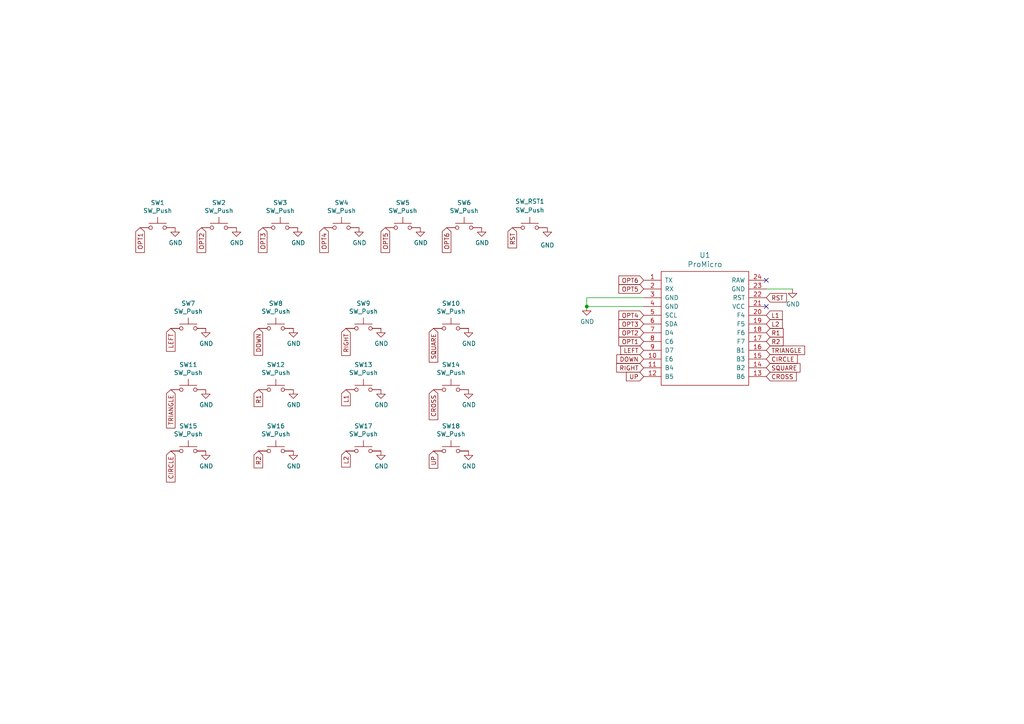
<source format=kicad_sch>
(kicad_sch (version 20211123) (generator eeschema)

  (uuid 12bcae04-6f4d-4e80-9e7d-72306b4f60ca)

  (paper "A4")

  (title_block
    (title "Flatbox ACR rev.1")
    (date "2022-07-20")
    (rev "rev.1")
  )

  (lib_symbols
    (symbol "ProMicro:ProMicro" (pin_names (offset 1.016)) (in_bom yes) (on_board yes)
      (property "Reference" "U" (id 0) (at 0 24.13 0)
        (effects (font (size 1.524 1.524)))
      )
      (property "Value" "ProMicro" (id 1) (at 0 -13.97 0)
        (effects (font (size 1.524 1.524)))
      )
      (property "Footprint" "" (id 2) (at 2.54 -26.67 0)
        (effects (font (size 1.524 1.524)))
      )
      (property "Datasheet" "" (id 3) (at 2.54 -26.67 0)
        (effects (font (size 1.524 1.524)))
      )
      (symbol "ProMicro_0_1"
        (rectangle (start -12.7 21.59) (end 12.7 -11.43)
          (stroke (width 0) (type default) (color 0 0 0 0))
          (fill (type none))
        )
      )
      (symbol "ProMicro_1_1"
        (pin bidirectional line (at -17.78 19.05 0) (length 5.08)
          (name "TX" (effects (font (size 1.27 1.27))))
          (number "1" (effects (font (size 1.27 1.27))))
        )
        (pin bidirectional line (at -17.78 -3.81 0) (length 5.08)
          (name "E6" (effects (font (size 1.27 1.27))))
          (number "10" (effects (font (size 1.27 1.27))))
        )
        (pin bidirectional line (at -17.78 -6.35 0) (length 5.08)
          (name "B4" (effects (font (size 1.27 1.27))))
          (number "11" (effects (font (size 1.27 1.27))))
        )
        (pin bidirectional line (at -17.78 -8.89 0) (length 5.08)
          (name "B5" (effects (font (size 1.27 1.27))))
          (number "12" (effects (font (size 1.27 1.27))))
        )
        (pin bidirectional line (at 17.78 -8.89 180) (length 5.08)
          (name "B6" (effects (font (size 1.27 1.27))))
          (number "13" (effects (font (size 1.27 1.27))))
        )
        (pin bidirectional line (at 17.78 -6.35 180) (length 5.08)
          (name "B2" (effects (font (size 1.27 1.27))))
          (number "14" (effects (font (size 1.27 1.27))))
        )
        (pin bidirectional line (at 17.78 -3.81 180) (length 5.08)
          (name "B3" (effects (font (size 1.27 1.27))))
          (number "15" (effects (font (size 1.27 1.27))))
        )
        (pin bidirectional line (at 17.78 -1.27 180) (length 5.08)
          (name "B1" (effects (font (size 1.27 1.27))))
          (number "16" (effects (font (size 1.27 1.27))))
        )
        (pin bidirectional line (at 17.78 1.27 180) (length 5.08)
          (name "F7" (effects (font (size 1.27 1.27))))
          (number "17" (effects (font (size 1.27 1.27))))
        )
        (pin bidirectional line (at 17.78 3.81 180) (length 5.08)
          (name "F6" (effects (font (size 1.27 1.27))))
          (number "18" (effects (font (size 1.27 1.27))))
        )
        (pin bidirectional line (at 17.78 6.35 180) (length 5.08)
          (name "F5" (effects (font (size 1.27 1.27))))
          (number "19" (effects (font (size 1.27 1.27))))
        )
        (pin bidirectional line (at -17.78 16.51 0) (length 5.08)
          (name "RX" (effects (font (size 1.27 1.27))))
          (number "2" (effects (font (size 1.27 1.27))))
        )
        (pin bidirectional line (at 17.78 8.89 180) (length 5.08)
          (name "F4" (effects (font (size 1.27 1.27))))
          (number "20" (effects (font (size 1.27 1.27))))
        )
        (pin power_in line (at 17.78 11.43 180) (length 5.08)
          (name "VCC" (effects (font (size 1.27 1.27))))
          (number "21" (effects (font (size 1.27 1.27))))
        )
        (pin input line (at 17.78 13.97 180) (length 5.08)
          (name "RST" (effects (font (size 1.27 1.27))))
          (number "22" (effects (font (size 1.27 1.27))))
        )
        (pin power_in line (at 17.78 16.51 180) (length 5.08)
          (name "GND" (effects (font (size 1.27 1.27))))
          (number "23" (effects (font (size 1.27 1.27))))
        )
        (pin power_out line (at 17.78 19.05 180) (length 5.08)
          (name "RAW" (effects (font (size 1.27 1.27))))
          (number "24" (effects (font (size 1.27 1.27))))
        )
        (pin power_in line (at -17.78 13.97 0) (length 5.08)
          (name "GND" (effects (font (size 1.27 1.27))))
          (number "3" (effects (font (size 1.27 1.27))))
        )
        (pin power_in line (at -17.78 11.43 0) (length 5.08)
          (name "GND" (effects (font (size 1.27 1.27))))
          (number "4" (effects (font (size 1.27 1.27))))
        )
        (pin bidirectional line (at -17.78 8.89 0) (length 5.08)
          (name "SCL" (effects (font (size 1.27 1.27))))
          (number "5" (effects (font (size 1.27 1.27))))
        )
        (pin bidirectional line (at -17.78 6.35 0) (length 5.08)
          (name "SDA" (effects (font (size 1.27 1.27))))
          (number "6" (effects (font (size 1.27 1.27))))
        )
        (pin bidirectional line (at -17.78 3.81 0) (length 5.08)
          (name "D4" (effects (font (size 1.27 1.27))))
          (number "7" (effects (font (size 1.27 1.27))))
        )
        (pin bidirectional line (at -17.78 1.27 0) (length 5.08)
          (name "C6" (effects (font (size 1.27 1.27))))
          (number "8" (effects (font (size 1.27 1.27))))
        )
        (pin bidirectional line (at -17.78 -1.27 0) (length 5.08)
          (name "D7" (effects (font (size 1.27 1.27))))
          (number "9" (effects (font (size 1.27 1.27))))
        )
      )
    )
    (symbol "Switch:SW_Push" (pin_numbers hide) (pin_names (offset 1.016) hide) (in_bom yes) (on_board yes)
      (property "Reference" "SW" (id 0) (at 1.27 2.54 0)
        (effects (font (size 1.27 1.27)) (justify left))
      )
      (property "Value" "SW_Push" (id 1) (at 0 -1.524 0)
        (effects (font (size 1.27 1.27)))
      )
      (property "Footprint" "" (id 2) (at 0 5.08 0)
        (effects (font (size 1.27 1.27)) hide)
      )
      (property "Datasheet" "~" (id 3) (at 0 5.08 0)
        (effects (font (size 1.27 1.27)) hide)
      )
      (property "ki_keywords" "switch normally-open pushbutton push-button" (id 4) (at 0 0 0)
        (effects (font (size 1.27 1.27)) hide)
      )
      (property "ki_description" "Push button switch, generic, two pins" (id 5) (at 0 0 0)
        (effects (font (size 1.27 1.27)) hide)
      )
      (symbol "SW_Push_0_1"
        (circle (center -2.032 0) (radius 0.508)
          (stroke (width 0) (type default) (color 0 0 0 0))
          (fill (type none))
        )
        (polyline
          (pts
            (xy 0 1.27)
            (xy 0 3.048)
          )
          (stroke (width 0) (type default) (color 0 0 0 0))
          (fill (type none))
        )
        (polyline
          (pts
            (xy 2.54 1.27)
            (xy -2.54 1.27)
          )
          (stroke (width 0) (type default) (color 0 0 0 0))
          (fill (type none))
        )
        (circle (center 2.032 0) (radius 0.508)
          (stroke (width 0) (type default) (color 0 0 0 0))
          (fill (type none))
        )
        (pin passive line (at -5.08 0 0) (length 2.54)
          (name "1" (effects (font (size 1.27 1.27))))
          (number "1" (effects (font (size 1.27 1.27))))
        )
        (pin passive line (at 5.08 0 180) (length 2.54)
          (name "2" (effects (font (size 1.27 1.27))))
          (number "2" (effects (font (size 1.27 1.27))))
        )
      )
    )
    (symbol "power:GND" (power) (pin_names (offset 0)) (in_bom yes) (on_board yes)
      (property "Reference" "#PWR" (id 0) (at 0 -6.35 0)
        (effects (font (size 1.27 1.27)) hide)
      )
      (property "Value" "GND" (id 1) (at 0 -3.81 0)
        (effects (font (size 1.27 1.27)))
      )
      (property "Footprint" "" (id 2) (at 0 0 0)
        (effects (font (size 1.27 1.27)) hide)
      )
      (property "Datasheet" "" (id 3) (at 0 0 0)
        (effects (font (size 1.27 1.27)) hide)
      )
      (property "ki_keywords" "power-flag" (id 4) (at 0 0 0)
        (effects (font (size 1.27 1.27)) hide)
      )
      (property "ki_description" "Power symbol creates a global label with name \"GND\" , ground" (id 5) (at 0 0 0)
        (effects (font (size 1.27 1.27)) hide)
      )
      (symbol "GND_0_1"
        (polyline
          (pts
            (xy 0 0)
            (xy 0 -1.27)
            (xy 1.27 -1.27)
            (xy 0 -2.54)
            (xy -1.27 -1.27)
            (xy 0 -1.27)
          )
          (stroke (width 0) (type default) (color 0 0 0 0))
          (fill (type none))
        )
      )
      (symbol "GND_1_1"
        (pin power_in line (at 0 0 270) (length 0) hide
          (name "GND" (effects (font (size 1.27 1.27))))
          (number "1" (effects (font (size 1.27 1.27))))
        )
      )
    )
  )

  (junction (at 170.18 88.9) (diameter 0) (color 0 0 0 0)
    (uuid 6b5d45cc-0cdc-403a-ba9a-8345b0bd3cdd)
  )

  (no_connect (at 222.25 81.28) (uuid 93ed2cbc-6235-48c3-a639-ecc17048edf1))
  (no_connect (at 222.25 88.9) (uuid d2396070-b6bb-41bc-8991-462cabce935b))

  (wire (pts (xy 170.18 88.9) (xy 186.69 88.9))
    (stroke (width 0) (type default) (color 0 0 0 0))
    (uuid 0e260b65-b8e6-4834-8f1b-ab254c188f3c)
  )
  (wire (pts (xy 222.25 83.82) (xy 229.87 83.82))
    (stroke (width 0) (type default) (color 0 0 0 0))
    (uuid 1719d623-a1d2-4f62-8cc1-b525c1681211)
  )
  (wire (pts (xy 170.18 86.36) (xy 170.18 88.9))
    (stroke (width 0) (type default) (color 0 0 0 0))
    (uuid 3340db65-095c-493b-876c-c7a342cf7fd7)
  )
  (wire (pts (xy 170.18 86.36) (xy 186.69 86.36))
    (stroke (width 0) (type default) (color 0 0 0 0))
    (uuid c16aa1be-09b2-4e03-a58d-701b97741bba)
  )

  (global_label "L2" (shape input) (at 100.33 130.81 270) (fields_autoplaced)
    (effects (font (size 1.27 1.27)) (justify right))
    (uuid 0580779f-3beb-4556-b63a-fa2aff36b5de)
    (property "Intersheet References" "${INTERSHEET_REFS}" (id 0) (at 0 0 0)
      (effects (font (size 1.27 1.27)) hide)
    )
  )
  (global_label "OPT6" (shape input) (at 186.69 81.28 180) (fields_autoplaced)
    (effects (font (size 1.27 1.27)) (justify right))
    (uuid 06f24b1d-882b-4ba7-8ce1-3815e6cbf794)
    (property "Intersheet References" "${INTERSHEET_REFS}" (id 0) (at 0 0 0)
      (effects (font (size 1.27 1.27)) hide)
    )
  )
  (global_label "R2" (shape input) (at 222.25 99.06 0) (fields_autoplaced)
    (effects (font (size 1.27 1.27)) (justify left))
    (uuid 1160cbe2-0608-4c10-9184-401ec0502e0c)
    (property "Intersheet References" "${INTERSHEET_REFS}" (id 0) (at 0 0 0)
      (effects (font (size 1.27 1.27)) hide)
    )
  )
  (global_label "OPT4" (shape input) (at 93.98 66.04 270) (fields_autoplaced)
    (effects (font (size 1.27 1.27)) (justify right))
    (uuid 15efa49d-3cdd-4e89-93e2-1e3446414b49)
    (property "Intersheet References" "${INTERSHEET_REFS}" (id 0) (at 0 0 0)
      (effects (font (size 1.27 1.27)) hide)
    )
  )
  (global_label "OPT1" (shape input) (at 40.64 66.04 270) (fields_autoplaced)
    (effects (font (size 1.27 1.27)) (justify right))
    (uuid 1db1146e-bbf8-4667-a088-1c2b7d86a338)
    (property "Intersheet References" "${INTERSHEET_REFS}" (id 0) (at 0 0 0)
      (effects (font (size 1.27 1.27)) hide)
    )
  )
  (global_label "SQUARE" (shape input) (at 125.73 95.25 270) (fields_autoplaced)
    (effects (font (size 1.27 1.27)) (justify right))
    (uuid 20b8ddcb-f758-4c89-9593-8d633fcae726)
    (property "Intersheet References" "${INTERSHEET_REFS}" (id 0) (at 0 0 0)
      (effects (font (size 1.27 1.27)) hide)
    )
  )
  (global_label "DOWN" (shape input) (at 186.69 104.14 180) (fields_autoplaced)
    (effects (font (size 1.27 1.27)) (justify right))
    (uuid 213db4f8-3919-4abd-a188-8c712ac05c3c)
    (property "Intersheet References" "${INTERSHEET_REFS}" (id 0) (at 0 0 0)
      (effects (font (size 1.27 1.27)) hide)
    )
  )
  (global_label "OPT5" (shape input) (at 111.76 66.04 270) (fields_autoplaced)
    (effects (font (size 1.27 1.27)) (justify right))
    (uuid 34259ac1-1572-40a9-a508-4bf16ce4088a)
    (property "Intersheet References" "${INTERSHEET_REFS}" (id 0) (at 0 0 0)
      (effects (font (size 1.27 1.27)) hide)
    )
  )
  (global_label "CIRCLE" (shape input) (at 49.53 130.81 270) (fields_autoplaced)
    (effects (font (size 1.27 1.27)) (justify right))
    (uuid 36370cab-ce13-4711-9400-d433f22fe2fe)
    (property "Intersheet References" "${INTERSHEET_REFS}" (id 0) (at 0 0 0)
      (effects (font (size 1.27 1.27)) hide)
    )
  )
  (global_label "OPT5" (shape input) (at 186.69 83.82 180) (fields_autoplaced)
    (effects (font (size 1.27 1.27)) (justify right))
    (uuid 38aad0e6-c02b-474a-a443-c93bcc8908c5)
    (property "Intersheet References" "${INTERSHEET_REFS}" (id 0) (at 0 0 0)
      (effects (font (size 1.27 1.27)) hide)
    )
  )
  (global_label "R1" (shape input) (at 222.25 96.52 0) (fields_autoplaced)
    (effects (font (size 1.27 1.27)) (justify left))
    (uuid 415d0f93-7c78-497a-bc3f-c96558cee27c)
    (property "Intersheet References" "${INTERSHEET_REFS}" (id 0) (at 0 0 0)
      (effects (font (size 1.27 1.27)) hide)
    )
  )
  (global_label "RST" (shape input) (at 222.25 86.36 0) (fields_autoplaced)
    (effects (font (size 1.27 1.27)) (justify left))
    (uuid 4d735035-4366-4582-b947-f0058354e036)
    (property "Intersheet References" "${INTERSHEET_REFS}" (id 0) (at 228.0213 86.2806 0)
      (effects (font (size 1.27 1.27)) (justify left) hide)
    )
  )
  (global_label "RST" (shape input) (at 148.59 66.04 270) (fields_autoplaced)
    (effects (font (size 1.27 1.27)) (justify right))
    (uuid 55460b1f-213f-4ab9-8dd0-85fd035286c4)
    (property "Intersheet References" "${INTERSHEET_REFS}" (id 0) (at 148.5106 71.8113 90)
      (effects (font (size 1.27 1.27)) (justify right) hide)
    )
  )
  (global_label "LEFT" (shape input) (at 49.53 95.25 270) (fields_autoplaced)
    (effects (font (size 1.27 1.27)) (justify right))
    (uuid 59c85d5d-85b8-46e2-bf06-4d4ee66a50b0)
    (property "Intersheet References" "${INTERSHEET_REFS}" (id 0) (at 0 0 0)
      (effects (font (size 1.27 1.27)) hide)
    )
  )
  (global_label "CROSS" (shape input) (at 222.25 109.22 0) (fields_autoplaced)
    (effects (font (size 1.27 1.27)) (justify left))
    (uuid 5c14e8ae-438e-4368-85c6-10da4b9a14d3)
    (property "Intersheet References" "${INTERSHEET_REFS}" (id 0) (at 0 0 0)
      (effects (font (size 1.27 1.27)) hide)
    )
  )
  (global_label "RIGHT" (shape input) (at 100.33 95.25 270) (fields_autoplaced)
    (effects (font (size 1.27 1.27)) (justify right))
    (uuid 6e6b176d-581f-49aa-8455-310c3aeb145b)
    (property "Intersheet References" "${INTERSHEET_REFS}" (id 0) (at 0 0 0)
      (effects (font (size 1.27 1.27)) hide)
    )
  )
  (global_label "L2" (shape input) (at 222.25 93.98 0) (fields_autoplaced)
    (effects (font (size 1.27 1.27)) (justify left))
    (uuid 773cea83-05f1-40fb-8173-99c091e11b57)
    (property "Intersheet References" "${INTERSHEET_REFS}" (id 0) (at 0 0 0)
      (effects (font (size 1.27 1.27)) hide)
    )
  )
  (global_label "OPT1" (shape input) (at 186.69 99.06 180) (fields_autoplaced)
    (effects (font (size 1.27 1.27)) (justify right))
    (uuid 7b70281f-ac93-440c-8346-5be3246bfc49)
    (property "Intersheet References" "${INTERSHEET_REFS}" (id 0) (at 0 0 0)
      (effects (font (size 1.27 1.27)) hide)
    )
  )
  (global_label "OPT2" (shape input) (at 186.69 96.52 180) (fields_autoplaced)
    (effects (font (size 1.27 1.27)) (justify right))
    (uuid 7b70f60d-d060-46cf-987f-29547214dcd4)
    (property "Intersheet References" "${INTERSHEET_REFS}" (id 0) (at 0 0 0)
      (effects (font (size 1.27 1.27)) hide)
    )
  )
  (global_label "OPT4" (shape input) (at 186.69 91.44 180) (fields_autoplaced)
    (effects (font (size 1.27 1.27)) (justify right))
    (uuid 8466e259-b4c5-4433-8f73-ad90d110c4c3)
    (property "Intersheet References" "${INTERSHEET_REFS}" (id 0) (at 0 0 0)
      (effects (font (size 1.27 1.27)) hide)
    )
  )
  (global_label "TRIANGLE" (shape input) (at 49.53 113.03 270) (fields_autoplaced)
    (effects (font (size 1.27 1.27)) (justify right))
    (uuid 8e8b84b9-216b-4387-8345-ae340c669796)
    (property "Intersheet References" "${INTERSHEET_REFS}" (id 0) (at 0 0 0)
      (effects (font (size 1.27 1.27)) hide)
    )
  )
  (global_label "RIGHT" (shape input) (at 186.69 106.68 180) (fields_autoplaced)
    (effects (font (size 1.27 1.27)) (justify right))
    (uuid 9238b25f-b7ee-44bd-9ddd-52c45108bc0c)
    (property "Intersheet References" "${INTERSHEET_REFS}" (id 0) (at 0 0 0)
      (effects (font (size 1.27 1.27)) hide)
    )
  )
  (global_label "OPT2" (shape input) (at 58.42 66.04 270) (fields_autoplaced)
    (effects (font (size 1.27 1.27)) (justify right))
    (uuid 98037d1e-2bdc-4a38-a265-f4aca5bfa7ab)
    (property "Intersheet References" "${INTERSHEET_REFS}" (id 0) (at 0 0 0)
      (effects (font (size 1.27 1.27)) hide)
    )
  )
  (global_label "SQUARE" (shape input) (at 222.25 106.68 0) (fields_autoplaced)
    (effects (font (size 1.27 1.27)) (justify left))
    (uuid 9abc4d75-0524-4173-af86-37f71f36e76e)
    (property "Intersheet References" "${INTERSHEET_REFS}" (id 0) (at 0 0 0)
      (effects (font (size 1.27 1.27)) hide)
    )
  )
  (global_label "OPT3" (shape input) (at 186.69 93.98 180) (fields_autoplaced)
    (effects (font (size 1.27 1.27)) (justify right))
    (uuid a9603152-37b3-45cd-b165-0a1e4311bfff)
    (property "Intersheet References" "${INTERSHEET_REFS}" (id 0) (at 0 0 0)
      (effects (font (size 1.27 1.27)) hide)
    )
  )
  (global_label "L1" (shape input) (at 100.33 113.03 270) (fields_autoplaced)
    (effects (font (size 1.27 1.27)) (justify right))
    (uuid aaa5ef7b-5c27-4f3f-95c8-54122cd1e556)
    (property "Intersheet References" "${INTERSHEET_REFS}" (id 0) (at 0 0 0)
      (effects (font (size 1.27 1.27)) hide)
    )
  )
  (global_label "TRIANGLE" (shape input) (at 222.25 101.6 0) (fields_autoplaced)
    (effects (font (size 1.27 1.27)) (justify left))
    (uuid ab882549-3cb0-4a25-84da-99d519d6f0be)
    (property "Intersheet References" "${INTERSHEET_REFS}" (id 0) (at 0 0 0)
      (effects (font (size 1.27 1.27)) hide)
    )
  )
  (global_label "R1" (shape input) (at 74.93 113.03 270) (fields_autoplaced)
    (effects (font (size 1.27 1.27)) (justify right))
    (uuid b30f7ce2-306d-436d-9a1e-0642ed878a83)
    (property "Intersheet References" "${INTERSHEET_REFS}" (id 0) (at 0 0 0)
      (effects (font (size 1.27 1.27)) hide)
    )
  )
  (global_label "CIRCLE" (shape input) (at 222.25 104.14 0) (fields_autoplaced)
    (effects (font (size 1.27 1.27)) (justify left))
    (uuid b48be898-92ff-4b93-8348-c176b93503a0)
    (property "Intersheet References" "${INTERSHEET_REFS}" (id 0) (at 0 0 0)
      (effects (font (size 1.27 1.27)) hide)
    )
  )
  (global_label "CROSS" (shape input) (at 125.73 113.03 270) (fields_autoplaced)
    (effects (font (size 1.27 1.27)) (justify right))
    (uuid c5f45065-961d-4568-8f55-11590959293e)
    (property "Intersheet References" "${INTERSHEET_REFS}" (id 0) (at 0 0 0)
      (effects (font (size 1.27 1.27)) hide)
    )
  )
  (global_label "LEFT" (shape input) (at 186.69 101.6 180) (fields_autoplaced)
    (effects (font (size 1.27 1.27)) (justify right))
    (uuid ce649afe-bf33-4058-87b0-83d1c7318e32)
    (property "Intersheet References" "${INTERSHEET_REFS}" (id 0) (at 0 0 0)
      (effects (font (size 1.27 1.27)) hide)
    )
  )
  (global_label "OPT3" (shape input) (at 76.2 66.04 270) (fields_autoplaced)
    (effects (font (size 1.27 1.27)) (justify right))
    (uuid d2c98902-f4fd-4387-9635-65c4721bbf60)
    (property "Intersheet References" "${INTERSHEET_REFS}" (id 0) (at 0 0 0)
      (effects (font (size 1.27 1.27)) hide)
    )
  )
  (global_label "UP" (shape input) (at 186.69 109.22 180) (fields_autoplaced)
    (effects (font (size 1.27 1.27)) (justify right))
    (uuid d326e1fa-62eb-4e9a-af4e-016230894fb3)
    (property "Intersheet References" "${INTERSHEET_REFS}" (id 0) (at 0 0 0)
      (effects (font (size 1.27 1.27)) hide)
    )
  )
  (global_label "DOWN" (shape input) (at 74.93 95.25 270) (fields_autoplaced)
    (effects (font (size 1.27 1.27)) (justify right))
    (uuid df49d758-c881-42df-b726-2e902a337fda)
    (property "Intersheet References" "${INTERSHEET_REFS}" (id 0) (at 0 0 0)
      (effects (font (size 1.27 1.27)) hide)
    )
  )
  (global_label "OPT6" (shape input) (at 129.54 66.04 270) (fields_autoplaced)
    (effects (font (size 1.27 1.27)) (justify right))
    (uuid df7e8ef5-281c-463d-b342-1d7e4d2f63c4)
    (property "Intersheet References" "${INTERSHEET_REFS}" (id 0) (at 0 0 0)
      (effects (font (size 1.27 1.27)) hide)
    )
  )
  (global_label "R2" (shape input) (at 74.93 130.81 270) (fields_autoplaced)
    (effects (font (size 1.27 1.27)) (justify right))
    (uuid ea147aa5-da0b-4895-aeeb-f3aa1b5e6394)
    (property "Intersheet References" "${INTERSHEET_REFS}" (id 0) (at 0 0 0)
      (effects (font (size 1.27 1.27)) hide)
    )
  )
  (global_label "L1" (shape input) (at 222.25 91.44 0) (fields_autoplaced)
    (effects (font (size 1.27 1.27)) (justify left))
    (uuid f4c6a17f-ae94-4afe-bd30-fbb086ded071)
    (property "Intersheet References" "${INTERSHEET_REFS}" (id 0) (at 0 0 0)
      (effects (font (size 1.27 1.27)) hide)
    )
  )
  (global_label "UP" (shape input) (at 125.73 130.81 270) (fields_autoplaced)
    (effects (font (size 1.27 1.27)) (justify right))
    (uuid ffb7bdad-2a97-4f73-8116-6113bd408938)
    (property "Intersheet References" "${INTERSHEET_REFS}" (id 0) (at 0 0 0)
      (effects (font (size 1.27 1.27)) hide)
    )
  )

  (symbol (lib_id "Switch:SW_Push") (at 45.72 66.04 0) (unit 1)
    (in_bom yes) (on_board yes)
    (uuid 00000000-0000-0000-0000-000060e24ed8)
    (property "Reference" "SW1" (id 0) (at 45.72 58.801 0))
    (property "Value" "SW_Push" (id 1) (at 45.72 61.1124 0))
    (property "Footprint" "Button_Switch_THT:SW_PUSH_6mm_H5mm" (id 2) (at 45.72 60.96 0)
      (effects (font (size 1.27 1.27)) hide)
    )
    (property "Datasheet" "~" (id 3) (at 45.72 60.96 0)
      (effects (font (size 1.27 1.27)) hide)
    )
    (pin "1" (uuid 79f80b6f-3fab-43a5-87a3-9c40ebbd4312))
    (pin "2" (uuid 294e01ca-c014-4074-ba3a-659ff5c7234e))
  )

  (symbol (lib_id "Switch:SW_Push") (at 63.5 66.04 0) (unit 1)
    (in_bom yes) (on_board yes)
    (uuid 00000000-0000-0000-0000-000060e26611)
    (property "Reference" "SW2" (id 0) (at 63.5 58.801 0))
    (property "Value" "SW_Push" (id 1) (at 63.5 61.1124 0))
    (property "Footprint" "Button_Switch_THT:SW_PUSH_6mm_H5mm" (id 2) (at 63.5 60.96 0)
      (effects (font (size 1.27 1.27)) hide)
    )
    (property "Datasheet" "~" (id 3) (at 63.5 60.96 0)
      (effects (font (size 1.27 1.27)) hide)
    )
    (pin "1" (uuid 5f0677c4-f7d1-4ca8-be6f-4cffbac7ed70))
    (pin "2" (uuid 028050eb-9d26-4467-9968-4f42de4b75f8))
  )

  (symbol (lib_id "Switch:SW_Push") (at 81.28 66.04 0) (unit 1)
    (in_bom yes) (on_board yes)
    (uuid 00000000-0000-0000-0000-000060e26c90)
    (property "Reference" "SW3" (id 0) (at 81.28 58.801 0))
    (property "Value" "SW_Push" (id 1) (at 81.28 61.1124 0))
    (property "Footprint" "Button_Switch_THT:SW_PUSH_6mm_H5mm" (id 2) (at 81.28 60.96 0)
      (effects (font (size 1.27 1.27)) hide)
    )
    (property "Datasheet" "~" (id 3) (at 81.28 60.96 0)
      (effects (font (size 1.27 1.27)) hide)
    )
    (pin "1" (uuid 44ef3c32-b177-48c6-9252-72e8455bfc71))
    (pin "2" (uuid 05347519-de19-4d84-ba9e-8f7024a840ba))
  )

  (symbol (lib_id "Switch:SW_Push") (at 99.06 66.04 0) (unit 1)
    (in_bom yes) (on_board yes)
    (uuid 00000000-0000-0000-0000-000060e272b9)
    (property "Reference" "SW4" (id 0) (at 99.06 58.801 0))
    (property "Value" "SW_Push" (id 1) (at 99.06 61.1124 0))
    (property "Footprint" "Button_Switch_THT:SW_PUSH_6mm_H5mm" (id 2) (at 99.06 60.96 0)
      (effects (font (size 1.27 1.27)) hide)
    )
    (property "Datasheet" "~" (id 3) (at 99.06 60.96 0)
      (effects (font (size 1.27 1.27)) hide)
    )
    (pin "1" (uuid 6240e66d-2b79-4cde-8ee3-3c873b2c1162))
    (pin "2" (uuid d2e1f19e-7f45-4983-9c6d-a4b51c06b6dd))
  )

  (symbol (lib_id "Switch:SW_Push") (at 116.84 66.04 0) (unit 1)
    (in_bom yes) (on_board yes)
    (uuid 00000000-0000-0000-0000-000060e27d9a)
    (property "Reference" "SW5" (id 0) (at 116.84 58.801 0))
    (property "Value" "SW_Push" (id 1) (at 116.84 61.1124 0))
    (property "Footprint" "Button_Switch_THT:SW_PUSH_6mm_H5mm" (id 2) (at 116.84 60.96 0)
      (effects (font (size 1.27 1.27)) hide)
    )
    (property "Datasheet" "~" (id 3) (at 116.84 60.96 0)
      (effects (font (size 1.27 1.27)) hide)
    )
    (pin "1" (uuid 727a1366-59ca-4d4e-bc35-4cbad6db78d3))
    (pin "2" (uuid d495aa42-28fe-4f20-b973-ad052cfd2723))
  )

  (symbol (lib_id "Switch:SW_Push") (at 134.62 66.04 0) (unit 1)
    (in_bom yes) (on_board yes)
    (uuid 00000000-0000-0000-0000-000060e28459)
    (property "Reference" "SW6" (id 0) (at 134.62 58.801 0))
    (property "Value" "SW_Push" (id 1) (at 134.62 61.1124 0))
    (property "Footprint" "Button_Switch_THT:SW_PUSH_6mm_H5mm" (id 2) (at 134.62 60.96 0)
      (effects (font (size 1.27 1.27)) hide)
    )
    (property "Datasheet" "~" (id 3) (at 134.62 60.96 0)
      (effects (font (size 1.27 1.27)) hide)
    )
    (pin "1" (uuid d73cdc94-aab7-494e-961d-998f22f00813))
    (pin "2" (uuid 9a8c8346-601f-4e5a-9dc7-f97cdf65a729))
  )

  (symbol (lib_id "power:GND") (at 50.8 66.04 0) (unit 1)
    (in_bom yes) (on_board yes)
    (uuid 00000000-0000-0000-0000-000060e28d2f)
    (property "Reference" "#PWR01" (id 0) (at 50.8 72.39 0)
      (effects (font (size 1.27 1.27)) hide)
    )
    (property "Value" "GND" (id 1) (at 50.927 70.4342 0))
    (property "Footprint" "" (id 2) (at 50.8 66.04 0)
      (effects (font (size 1.27 1.27)) hide)
    )
    (property "Datasheet" "" (id 3) (at 50.8 66.04 0)
      (effects (font (size 1.27 1.27)) hide)
    )
    (pin "1" (uuid 729877bb-9b02-4c01-8733-c334e3841907))
  )

  (symbol (lib_id "power:GND") (at 68.58 66.04 0) (unit 1)
    (in_bom yes) (on_board yes)
    (uuid 00000000-0000-0000-0000-000060e29d12)
    (property "Reference" "#PWR02" (id 0) (at 68.58 72.39 0)
      (effects (font (size 1.27 1.27)) hide)
    )
    (property "Value" "GND" (id 1) (at 68.707 70.4342 0))
    (property "Footprint" "" (id 2) (at 68.58 66.04 0)
      (effects (font (size 1.27 1.27)) hide)
    )
    (property "Datasheet" "" (id 3) (at 68.58 66.04 0)
      (effects (font (size 1.27 1.27)) hide)
    )
    (pin "1" (uuid b30bb2cb-9afc-44a7-9b28-ff5f42d9d27b))
  )

  (symbol (lib_id "power:GND") (at 86.36 66.04 0) (unit 1)
    (in_bom yes) (on_board yes)
    (uuid 00000000-0000-0000-0000-000060e29ffb)
    (property "Reference" "#PWR03" (id 0) (at 86.36 72.39 0)
      (effects (font (size 1.27 1.27)) hide)
    )
    (property "Value" "GND" (id 1) (at 86.487 70.4342 0))
    (property "Footprint" "" (id 2) (at 86.36 66.04 0)
      (effects (font (size 1.27 1.27)) hide)
    )
    (property "Datasheet" "" (id 3) (at 86.36 66.04 0)
      (effects (font (size 1.27 1.27)) hide)
    )
    (pin "1" (uuid 2febfc85-e63b-48bb-8fa3-73428e29e2d8))
  )

  (symbol (lib_id "power:GND") (at 104.14 66.04 0) (unit 1)
    (in_bom yes) (on_board yes)
    (uuid 00000000-0000-0000-0000-000060e2a2ed)
    (property "Reference" "#PWR04" (id 0) (at 104.14 72.39 0)
      (effects (font (size 1.27 1.27)) hide)
    )
    (property "Value" "GND" (id 1) (at 104.267 70.4342 0))
    (property "Footprint" "" (id 2) (at 104.14 66.04 0)
      (effects (font (size 1.27 1.27)) hide)
    )
    (property "Datasheet" "" (id 3) (at 104.14 66.04 0)
      (effects (font (size 1.27 1.27)) hide)
    )
    (pin "1" (uuid 28753150-a4a7-423c-a454-7540288d8ff8))
  )

  (symbol (lib_id "power:GND") (at 121.92 66.04 0) (unit 1)
    (in_bom yes) (on_board yes)
    (uuid 00000000-0000-0000-0000-000060e2a66e)
    (property "Reference" "#PWR05" (id 0) (at 121.92 72.39 0)
      (effects (font (size 1.27 1.27)) hide)
    )
    (property "Value" "GND" (id 1) (at 122.047 70.4342 0))
    (property "Footprint" "" (id 2) (at 121.92 66.04 0)
      (effects (font (size 1.27 1.27)) hide)
    )
    (property "Datasheet" "" (id 3) (at 121.92 66.04 0)
      (effects (font (size 1.27 1.27)) hide)
    )
    (pin "1" (uuid 101abc3f-28c5-4ebb-ae8e-6533d56b815e))
  )

  (symbol (lib_id "power:GND") (at 139.7 66.04 0) (unit 1)
    (in_bom yes) (on_board yes)
    (uuid 00000000-0000-0000-0000-000060e2a9fe)
    (property "Reference" "#PWR06" (id 0) (at 139.7 72.39 0)
      (effects (font (size 1.27 1.27)) hide)
    )
    (property "Value" "GND" (id 1) (at 139.827 70.4342 0))
    (property "Footprint" "" (id 2) (at 139.7 66.04 0)
      (effects (font (size 1.27 1.27)) hide)
    )
    (property "Datasheet" "" (id 3) (at 139.7 66.04 0)
      (effects (font (size 1.27 1.27)) hide)
    )
    (pin "1" (uuid 5abe1a9d-3f22-4358-b962-b04af39bfc45))
  )

  (symbol (lib_id "Switch:SW_Push") (at 54.61 95.25 0) (unit 1)
    (in_bom yes) (on_board yes)
    (uuid 00000000-0000-0000-0000-000060ebc7d7)
    (property "Reference" "SW7" (id 0) (at 54.61 88.011 0))
    (property "Value" "SW_Push" (id 1) (at 54.61 90.3224 0))
    (property "Footprint" "Kailh:Kailh_socket_PG1350_optional" (id 2) (at 54.61 90.17 0)
      (effects (font (size 1.27 1.27)) hide)
    )
    (property "Datasheet" "~" (id 3) (at 54.61 90.17 0)
      (effects (font (size 1.27 1.27)) hide)
    )
    (pin "1" (uuid 170ca98b-8882-49ad-84a1-57bd0f637ef7))
    (pin "2" (uuid 57ffaf8b-040f-41ce-9682-53c3da78d2b4))
  )

  (symbol (lib_id "Switch:SW_Push") (at 130.81 130.81 0) (unit 1)
    (in_bom yes) (on_board yes)
    (uuid 00000000-0000-0000-0000-000060ec0151)
    (property "Reference" "SW18" (id 0) (at 130.81 123.571 0))
    (property "Value" "SW_Push" (id 1) (at 130.81 125.8824 0))
    (property "Footprint" "Kailh:Kailh_socket_PG1350_optional" (id 2) (at 130.81 125.73 0)
      (effects (font (size 1.27 1.27)) hide)
    )
    (property "Datasheet" "~" (id 3) (at 130.81 125.73 0)
      (effects (font (size 1.27 1.27)) hide)
    )
    (pin "1" (uuid a8bc0b73-6168-4ad1-b0fa-70332a8f8527))
    (pin "2" (uuid affff318-7276-4401-9a6e-755470751fc2))
  )

  (symbol (lib_id "Switch:SW_Push") (at 80.01 113.03 0) (unit 1)
    (in_bom yes) (on_board yes)
    (uuid 00000000-0000-0000-0000-000060ec0bb3)
    (property "Reference" "SW12" (id 0) (at 80.01 105.791 0))
    (property "Value" "SW_Push" (id 1) (at 80.01 108.1024 0))
    (property "Footprint" "Kailh:Kailh_socket_PG1350_optional" (id 2) (at 80.01 107.95 0)
      (effects (font (size 1.27 1.27)) hide)
    )
    (property "Datasheet" "~" (id 3) (at 80.01 107.95 0)
      (effects (font (size 1.27 1.27)) hide)
    )
    (pin "1" (uuid 1c9b27fe-dbd8-4c34-a4cc-213c92fd1232))
    (pin "2" (uuid ed3a6649-6d80-4b91-9f39-e6291a46e2e4))
  )

  (symbol (lib_id "Switch:SW_Push") (at 54.61 130.81 0) (unit 1)
    (in_bom yes) (on_board yes)
    (uuid 00000000-0000-0000-0000-000060ec0fb1)
    (property "Reference" "SW15" (id 0) (at 54.61 123.571 0))
    (property "Value" "SW_Push" (id 1) (at 54.61 125.8824 0))
    (property "Footprint" "Kailh:Kailh_socket_PG1350_optional" (id 2) (at 54.61 125.73 0)
      (effects (font (size 1.27 1.27)) hide)
    )
    (property "Datasheet" "~" (id 3) (at 54.61 125.73 0)
      (effects (font (size 1.27 1.27)) hide)
    )
    (pin "1" (uuid f7fd3007-fde9-45b6-9659-ef82c350ea22))
    (pin "2" (uuid 240c250b-bf0a-496e-9e6a-a276585b27fd))
  )

  (symbol (lib_id "Switch:SW_Push") (at 80.01 95.25 0) (unit 1)
    (in_bom yes) (on_board yes)
    (uuid 00000000-0000-0000-0000-000060ec2d3f)
    (property "Reference" "SW8" (id 0) (at 80.01 88.011 0))
    (property "Value" "SW_Push" (id 1) (at 80.01 90.3224 0))
    (property "Footprint" "Kailh:Kailh_socket_PG1350_optional" (id 2) (at 80.01 90.17 0)
      (effects (font (size 1.27 1.27)) hide)
    )
    (property "Datasheet" "~" (id 3) (at 80.01 90.17 0)
      (effects (font (size 1.27 1.27)) hide)
    )
    (pin "1" (uuid afbe938b-925d-4ec8-88f6-66d39fdd9158))
    (pin "2" (uuid 9264b87e-b913-4eb3-b6c4-72db46ab607b))
  )

  (symbol (lib_id "Switch:SW_Push") (at 130.81 95.25 0) (unit 1)
    (in_bom yes) (on_board yes)
    (uuid 00000000-0000-0000-0000-000060ec33be)
    (property "Reference" "SW10" (id 0) (at 130.81 88.011 0))
    (property "Value" "SW_Push" (id 1) (at 130.81 90.3224 0))
    (property "Footprint" "Kailh:Kailh_socket_PG1350_optional" (id 2) (at 130.81 90.17 0)
      (effects (font (size 1.27 1.27)) hide)
    )
    (property "Datasheet" "~" (id 3) (at 130.81 90.17 0)
      (effects (font (size 1.27 1.27)) hide)
    )
    (pin "1" (uuid fc46b349-54e9-42d8-8d88-b5b1db4a7117))
    (pin "2" (uuid 526c2ba3-d999-481b-ac24-08c17fa41dca))
  )

  (symbol (lib_id "Switch:SW_Push") (at 105.41 113.03 0) (unit 1)
    (in_bom yes) (on_board yes)
    (uuid 00000000-0000-0000-0000-000060ec37aa)
    (property "Reference" "SW13" (id 0) (at 105.41 105.791 0))
    (property "Value" "SW_Push" (id 1) (at 105.41 108.1024 0))
    (property "Footprint" "Kailh:Kailh_socket_PG1350_optional" (id 2) (at 105.41 107.95 0)
      (effects (font (size 1.27 1.27)) hide)
    )
    (property "Datasheet" "~" (id 3) (at 105.41 107.95 0)
      (effects (font (size 1.27 1.27)) hide)
    )
    (pin "1" (uuid f7f05192-eea6-4806-8f7f-e5fae4a30c18))
    (pin "2" (uuid d318e31d-5258-4aae-bc4f-952db4a1528c))
  )

  (symbol (lib_id "Switch:SW_Push") (at 80.01 130.81 0) (unit 1)
    (in_bom yes) (on_board yes)
    (uuid 00000000-0000-0000-0000-000060ec3cac)
    (property "Reference" "SW16" (id 0) (at 80.01 123.571 0))
    (property "Value" "SW_Push" (id 1) (at 80.01 125.8824 0))
    (property "Footprint" "Kailh:Kailh_socket_PG1350_optional" (id 2) (at 80.01 125.73 0)
      (effects (font (size 1.27 1.27)) hide)
    )
    (property "Datasheet" "~" (id 3) (at 80.01 125.73 0)
      (effects (font (size 1.27 1.27)) hide)
    )
    (pin "1" (uuid fa553953-7083-4229-bd08-45f9bd15f608))
    (pin "2" (uuid 2fd1b72d-2689-4d24-9057-d0704ff4c5e8))
  )

  (symbol (lib_id "Switch:SW_Push") (at 105.41 95.25 0) (unit 1)
    (in_bom yes) (on_board yes)
    (uuid 00000000-0000-0000-0000-000060ec3fe9)
    (property "Reference" "SW9" (id 0) (at 105.41 88.011 0))
    (property "Value" "SW_Push" (id 1) (at 105.41 90.3224 0))
    (property "Footprint" "Kailh:Kailh_socket_PG1350_optional" (id 2) (at 105.41 90.17 0)
      (effects (font (size 1.27 1.27)) hide)
    )
    (property "Datasheet" "~" (id 3) (at 105.41 90.17 0)
      (effects (font (size 1.27 1.27)) hide)
    )
    (pin "1" (uuid e33ab515-7e31-4513-9ae4-e01a3fa27417))
    (pin "2" (uuid acb398ad-cb7b-4986-9eca-1d98bfaa9324))
  )

  (symbol (lib_id "Switch:SW_Push") (at 54.61 113.03 0) (unit 1)
    (in_bom yes) (on_board yes)
    (uuid 00000000-0000-0000-0000-000060ec4474)
    (property "Reference" "SW11" (id 0) (at 54.61 105.791 0))
    (property "Value" "SW_Push" (id 1) (at 54.61 108.1024 0))
    (property "Footprint" "Kailh:Kailh_socket_PG1350_optional" (id 2) (at 54.61 107.95 0)
      (effects (font (size 1.27 1.27)) hide)
    )
    (property "Datasheet" "~" (id 3) (at 54.61 107.95 0)
      (effects (font (size 1.27 1.27)) hide)
    )
    (pin "1" (uuid 482deb14-277c-4d57-a1af-8284c79b3b1c))
    (pin "2" (uuid a50de51e-8134-4c73-a3e3-c83fde034b3a))
  )

  (symbol (lib_id "Switch:SW_Push") (at 130.81 113.03 0) (unit 1)
    (in_bom yes) (on_board yes)
    (uuid 00000000-0000-0000-0000-000060ec4852)
    (property "Reference" "SW14" (id 0) (at 130.81 105.791 0))
    (property "Value" "SW_Push" (id 1) (at 130.81 108.1024 0))
    (property "Footprint" "Kailh:Kailh_socket_PG1350_optional" (id 2) (at 130.81 107.95 0)
      (effects (font (size 1.27 1.27)) hide)
    )
    (property "Datasheet" "~" (id 3) (at 130.81 107.95 0)
      (effects (font (size 1.27 1.27)) hide)
    )
    (pin "1" (uuid 120c8e67-7cca-49f7-b0a4-eb70bb7e5d79))
    (pin "2" (uuid 72560efe-85cc-4eef-8209-62c7934e67ab))
  )

  (symbol (lib_id "Switch:SW_Push") (at 105.41 130.81 0) (unit 1)
    (in_bom yes) (on_board yes)
    (uuid 00000000-0000-0000-0000-000060ec4d39)
    (property "Reference" "SW17" (id 0) (at 105.41 123.571 0))
    (property "Value" "SW_Push" (id 1) (at 105.41 125.8824 0))
    (property "Footprint" "Kailh:Kailh_socket_PG1350_optional" (id 2) (at 105.41 125.73 0)
      (effects (font (size 1.27 1.27)) hide)
    )
    (property "Datasheet" "~" (id 3) (at 105.41 125.73 0)
      (effects (font (size 1.27 1.27)) hide)
    )
    (pin "1" (uuid 7f1d0bb6-465b-40cf-95da-2e3da942ed40))
    (pin "2" (uuid 6310fe52-d6b2-46bc-9229-0f63862f3625))
  )

  (symbol (lib_id "power:GND") (at 59.69 95.25 0) (unit 1)
    (in_bom yes) (on_board yes)
    (uuid 00000000-0000-0000-0000-000060ec93f2)
    (property "Reference" "#PWR07" (id 0) (at 59.69 101.6 0)
      (effects (font (size 1.27 1.27)) hide)
    )
    (property "Value" "GND" (id 1) (at 59.817 99.6442 0))
    (property "Footprint" "" (id 2) (at 59.69 95.25 0)
      (effects (font (size 1.27 1.27)) hide)
    )
    (property "Datasheet" "" (id 3) (at 59.69 95.25 0)
      (effects (font (size 1.27 1.27)) hide)
    )
    (pin "1" (uuid 02e5274d-b0ab-403f-857d-c7c10123dad7))
  )

  (symbol (lib_id "power:GND") (at 135.89 130.81 0) (unit 1)
    (in_bom yes) (on_board yes)
    (uuid 00000000-0000-0000-0000-000060eca225)
    (property "Reference" "#PWR018" (id 0) (at 135.89 137.16 0)
      (effects (font (size 1.27 1.27)) hide)
    )
    (property "Value" "GND" (id 1) (at 136.017 135.2042 0))
    (property "Footprint" "" (id 2) (at 135.89 130.81 0)
      (effects (font (size 1.27 1.27)) hide)
    )
    (property "Datasheet" "" (id 3) (at 135.89 130.81 0)
      (effects (font (size 1.27 1.27)) hide)
    )
    (pin "1" (uuid ddc70df8-b15d-45a9-b0ec-89c47986999f))
  )

  (symbol (lib_id "power:GND") (at 85.09 113.03 0) (unit 1)
    (in_bom yes) (on_board yes)
    (uuid 00000000-0000-0000-0000-000060eca76f)
    (property "Reference" "#PWR012" (id 0) (at 85.09 119.38 0)
      (effects (font (size 1.27 1.27)) hide)
    )
    (property "Value" "GND" (id 1) (at 85.217 117.4242 0))
    (property "Footprint" "" (id 2) (at 85.09 113.03 0)
      (effects (font (size 1.27 1.27)) hide)
    )
    (property "Datasheet" "" (id 3) (at 85.09 113.03 0)
      (effects (font (size 1.27 1.27)) hide)
    )
    (pin "1" (uuid 2d538c5b-1e75-404e-83b3-2ac0e245d5c0))
  )

  (symbol (lib_id "power:GND") (at 59.69 130.81 0) (unit 1)
    (in_bom yes) (on_board yes)
    (uuid 00000000-0000-0000-0000-000060ecab6b)
    (property "Reference" "#PWR015" (id 0) (at 59.69 137.16 0)
      (effects (font (size 1.27 1.27)) hide)
    )
    (property "Value" "GND" (id 1) (at 59.817 135.2042 0))
    (property "Footprint" "" (id 2) (at 59.69 130.81 0)
      (effects (font (size 1.27 1.27)) hide)
    )
    (property "Datasheet" "" (id 3) (at 59.69 130.81 0)
      (effects (font (size 1.27 1.27)) hide)
    )
    (pin "1" (uuid 99e7f9ac-7357-4dc6-bded-602e287dafdc))
  )

  (symbol (lib_id "power:GND") (at 85.09 95.25 0) (unit 1)
    (in_bom yes) (on_board yes)
    (uuid 00000000-0000-0000-0000-000060ecafc7)
    (property "Reference" "#PWR08" (id 0) (at 85.09 101.6 0)
      (effects (font (size 1.27 1.27)) hide)
    )
    (property "Value" "GND" (id 1) (at 85.217 99.6442 0))
    (property "Footprint" "" (id 2) (at 85.09 95.25 0)
      (effects (font (size 1.27 1.27)) hide)
    )
    (property "Datasheet" "" (id 3) (at 85.09 95.25 0)
      (effects (font (size 1.27 1.27)) hide)
    )
    (pin "1" (uuid fc47be27-e6da-4a9a-bb12-c4b7ed7e46a2))
  )

  (symbol (lib_id "power:GND") (at 135.89 95.25 0) (unit 1)
    (in_bom yes) (on_board yes)
    (uuid 00000000-0000-0000-0000-000060ecb5c1)
    (property "Reference" "#PWR010" (id 0) (at 135.89 101.6 0)
      (effects (font (size 1.27 1.27)) hide)
    )
    (property "Value" "GND" (id 1) (at 136.017 99.6442 0))
    (property "Footprint" "" (id 2) (at 135.89 95.25 0)
      (effects (font (size 1.27 1.27)) hide)
    )
    (property "Datasheet" "" (id 3) (at 135.89 95.25 0)
      (effects (font (size 1.27 1.27)) hide)
    )
    (pin "1" (uuid 95635201-194f-4cc8-9693-bbaf2ba3a656))
  )

  (symbol (lib_id "power:GND") (at 110.49 113.03 0) (unit 1)
    (in_bom yes) (on_board yes)
    (uuid 00000000-0000-0000-0000-000060ecb984)
    (property "Reference" "#PWR013" (id 0) (at 110.49 119.38 0)
      (effects (font (size 1.27 1.27)) hide)
    )
    (property "Value" "GND" (id 1) (at 110.617 117.4242 0))
    (property "Footprint" "" (id 2) (at 110.49 113.03 0)
      (effects (font (size 1.27 1.27)) hide)
    )
    (property "Datasheet" "" (id 3) (at 110.49 113.03 0)
      (effects (font (size 1.27 1.27)) hide)
    )
    (pin "1" (uuid 49a33e84-cd7a-4161-93c7-9a38fbc4b190))
  )

  (symbol (lib_id "power:GND") (at 85.09 130.81 0) (unit 1)
    (in_bom yes) (on_board yes)
    (uuid 00000000-0000-0000-0000-000060ecbd4e)
    (property "Reference" "#PWR016" (id 0) (at 85.09 137.16 0)
      (effects (font (size 1.27 1.27)) hide)
    )
    (property "Value" "GND" (id 1) (at 85.217 135.2042 0))
    (property "Footprint" "" (id 2) (at 85.09 130.81 0)
      (effects (font (size 1.27 1.27)) hide)
    )
    (property "Datasheet" "" (id 3) (at 85.09 130.81 0)
      (effects (font (size 1.27 1.27)) hide)
    )
    (pin "1" (uuid af1fb308-4fa9-4a67-a586-ed1c9dda2ea0))
  )

  (symbol (lib_id "power:GND") (at 110.49 130.81 0) (unit 1)
    (in_bom yes) (on_board yes)
    (uuid 00000000-0000-0000-0000-000060ecc151)
    (property "Reference" "#PWR017" (id 0) (at 110.49 137.16 0)
      (effects (font (size 1.27 1.27)) hide)
    )
    (property "Value" "GND" (id 1) (at 110.617 135.2042 0))
    (property "Footprint" "" (id 2) (at 110.49 130.81 0)
      (effects (font (size 1.27 1.27)) hide)
    )
    (property "Datasheet" "" (id 3) (at 110.49 130.81 0)
      (effects (font (size 1.27 1.27)) hide)
    )
    (pin "1" (uuid d3b4b81d-0b5f-45f1-a9dc-3be972cbffb5))
  )

  (symbol (lib_id "power:GND") (at 135.89 113.03 0) (unit 1)
    (in_bom yes) (on_board yes)
    (uuid 00000000-0000-0000-0000-000060ecc563)
    (property "Reference" "#PWR014" (id 0) (at 135.89 119.38 0)
      (effects (font (size 1.27 1.27)) hide)
    )
    (property "Value" "GND" (id 1) (at 136.017 117.4242 0))
    (property "Footprint" "" (id 2) (at 135.89 113.03 0)
      (effects (font (size 1.27 1.27)) hide)
    )
    (property "Datasheet" "" (id 3) (at 135.89 113.03 0)
      (effects (font (size 1.27 1.27)) hide)
    )
    (pin "1" (uuid 782eb5cc-1aff-4c6e-ae46-c7b0547adf2f))
  )

  (symbol (lib_id "power:GND") (at 59.69 113.03 0) (unit 1)
    (in_bom yes) (on_board yes)
    (uuid 00000000-0000-0000-0000-000060ecc8d7)
    (property "Reference" "#PWR011" (id 0) (at 59.69 119.38 0)
      (effects (font (size 1.27 1.27)) hide)
    )
    (property "Value" "GND" (id 1) (at 59.817 117.4242 0))
    (property "Footprint" "" (id 2) (at 59.69 113.03 0)
      (effects (font (size 1.27 1.27)) hide)
    )
    (property "Datasheet" "" (id 3) (at 59.69 113.03 0)
      (effects (font (size 1.27 1.27)) hide)
    )
    (pin "1" (uuid 4188ae8c-972c-4371-a728-23b938758739))
  )

  (symbol (lib_id "power:GND") (at 110.49 95.25 0) (unit 1)
    (in_bom yes) (on_board yes)
    (uuid 00000000-0000-0000-0000-000060eccc0a)
    (property "Reference" "#PWR09" (id 0) (at 110.49 101.6 0)
      (effects (font (size 1.27 1.27)) hide)
    )
    (property "Value" "GND" (id 1) (at 110.617 99.6442 0))
    (property "Footprint" "" (id 2) (at 110.49 95.25 0)
      (effects (font (size 1.27 1.27)) hide)
    )
    (property "Datasheet" "" (id 3) (at 110.49 95.25 0)
      (effects (font (size 1.27 1.27)) hide)
    )
    (pin "1" (uuid c3316bfc-df0d-4287-94fe-d0428771a536))
  )

  (symbol (lib_id "ProMicro:ProMicro") (at 204.47 100.33 0) (unit 1)
    (in_bom yes) (on_board yes)
    (uuid 00000000-0000-0000-0000-0000611c160a)
    (property "Reference" "U1" (id 0) (at 204.47 73.9902 0)
      (effects (font (size 1.524 1.524)))
    )
    (property "Value" "ProMicro" (id 1) (at 204.47 76.6826 0)
      (effects (font (size 1.524 1.524)))
    )
    (property "Footprint" "ProMicro:ProMicro" (id 2) (at 207.01 127 0)
      (effects (font (size 1.524 1.524)) hide)
    )
    (property "Datasheet" "" (id 3) (at 207.01 127 0)
      (effects (font (size 1.524 1.524)))
    )
    (pin "1" (uuid d32ca9fa-11ba-4852-91af-b48552ecfc33))
    (pin "10" (uuid 0c070ad4-1641-4ff1-bf19-1e997910b680))
    (pin "11" (uuid 50099f48-7aaa-40ea-b779-4c59f2a3405e))
    (pin "12" (uuid 494f8935-d67b-4271-9a3a-e98ab9caeaa7))
    (pin "13" (uuid a0d21a8d-c69f-44d8-b702-6655ef40621b))
    (pin "14" (uuid 5d8a215d-d578-4a49-89be-ae69f1cf02fa))
    (pin "15" (uuid 38a7d43c-f24d-43a5-88e0-54d57b3fa4cd))
    (pin "16" (uuid 828f74c8-94d2-43ce-aa24-18ab274adfe9))
    (pin "17" (uuid 3450286c-d921-4007-b3f7-d375fc66f34f))
    (pin "18" (uuid 0314a87d-6f8d-4612-adff-81e820070b47))
    (pin "19" (uuid 4a7e6d5b-a318-461b-9db5-d0219546c2e8))
    (pin "2" (uuid b8b3cc99-28bc-4315-a379-229557de68fa))
    (pin "20" (uuid 0fa30f30-3cdb-46b9-8cb4-103736af1d53))
    (pin "21" (uuid 59db7100-1439-4ca1-ae30-1afbed0c69b6))
    (pin "22" (uuid 61705047-23c5-44c7-ab85-8e62ad57c9a1))
    (pin "23" (uuid 0a43708e-d33f-4cd5-b8ae-19c5966a73b9))
    (pin "24" (uuid 79e30245-32a5-4d32-adff-a38026f83de2))
    (pin "3" (uuid f40b81e6-8940-4274-b4af-f33d08b39e6a))
    (pin "4" (uuid 0dbcb699-4a6d-4729-9305-0ec9aabf9bee))
    (pin "5" (uuid 9e61c657-6662-47ae-92d9-dc6a7298ac8c))
    (pin "6" (uuid 564d4289-97f1-4b36-a3be-07c72fead160))
    (pin "7" (uuid 1f7ac3d6-a89c-46a6-b270-4aadb87cc1cc))
    (pin "8" (uuid 6375e831-b775-4de0-be50-ba7114693a35))
    (pin "9" (uuid f9ad70d0-f213-4639-b36c-eb8201af77f3))
  )

  (symbol (lib_id "power:GND") (at 170.18 88.9 0) (unit 1)
    (in_bom yes) (on_board yes)
    (uuid 00000000-0000-0000-0000-0000611c1bdc)
    (property "Reference" "#PWR0101" (id 0) (at 170.18 95.25 0)
      (effects (font (size 1.27 1.27)) hide)
    )
    (property "Value" "GND" (id 1) (at 170.307 93.2942 0))
    (property "Footprint" "" (id 2) (at 170.18 88.9 0)
      (effects (font (size 1.27 1.27)) hide)
    )
    (property "Datasheet" "" (id 3) (at 170.18 88.9 0)
      (effects (font (size 1.27 1.27)) hide)
    )
    (pin "1" (uuid 76c192b4-1833-4cab-a372-59bd39faf2ad))
  )

  (symbol (lib_id "power:GND") (at 229.87 83.82 0) (unit 1)
    (in_bom yes) (on_board yes)
    (uuid 00000000-0000-0000-0000-0000611c6dd5)
    (property "Reference" "#PWR0102" (id 0) (at 229.87 90.17 0)
      (effects (font (size 1.27 1.27)) hide)
    )
    (property "Value" "GND" (id 1) (at 229.997 88.2142 0))
    (property "Footprint" "" (id 2) (at 229.87 83.82 0)
      (effects (font (size 1.27 1.27)) hide)
    )
    (property "Datasheet" "" (id 3) (at 229.87 83.82 0)
      (effects (font (size 1.27 1.27)) hide)
    )
    (pin "1" (uuid 0072b04e-5499-47f4-a140-137ed4d40224))
  )

  (symbol (lib_id "Switch:SW_Push") (at 153.67 66.04 0) (unit 1)
    (in_bom yes) (on_board yes) (fields_autoplaced)
    (uuid 61d20280-3a92-45fe-ae9b-563c5645d177)
    (property "Reference" "SW_RST1" (id 0) (at 153.67 58.42 0))
    (property "Value" "SW_Push" (id 1) (at 153.67 60.96 0))
    (property "Footprint" "Button_Switch_THT:SW_PUSH_6mm_H5mm" (id 2) (at 153.67 60.96 0)
      (effects (font (size 1.27 1.27)) hide)
    )
    (property "Datasheet" "~" (id 3) (at 153.67 60.96 0)
      (effects (font (size 1.27 1.27)) hide)
    )
    (pin "1" (uuid e1ae3b21-9c56-4bab-8503-175131b6fab6))
    (pin "2" (uuid b5d5d79e-a8bd-4583-a77b-d58af424aa3f))
  )

  (symbol (lib_id "power:GND") (at 158.75 66.04 0) (unit 1)
    (in_bom yes) (on_board yes) (fields_autoplaced)
    (uuid 9219f52e-75e1-4197-b232-390306de18b4)
    (property "Reference" "#PWR0103" (id 0) (at 158.75 72.39 0)
      (effects (font (size 1.27 1.27)) hide)
    )
    (property "Value" "GND" (id 1) (at 158.75 71.12 0))
    (property "Footprint" "" (id 2) (at 158.75 66.04 0)
      (effects (font (size 1.27 1.27)) hide)
    )
    (property "Datasheet" "" (id 3) (at 158.75 66.04 0)
      (effects (font (size 1.27 1.27)) hide)
    )
    (pin "1" (uuid f8eca18f-8175-4d64-be52-778bb2423e17))
  )

  (sheet_instances
    (path "/" (page "1"))
  )

  (symbol_instances
    (path "/00000000-0000-0000-0000-000060e28d2f"
      (reference "#PWR01") (unit 1) (value "GND") (footprint "")
    )
    (path "/00000000-0000-0000-0000-000060e29d12"
      (reference "#PWR02") (unit 1) (value "GND") (footprint "")
    )
    (path "/00000000-0000-0000-0000-000060e29ffb"
      (reference "#PWR03") (unit 1) (value "GND") (footprint "")
    )
    (path "/00000000-0000-0000-0000-000060e2a2ed"
      (reference "#PWR04") (unit 1) (value "GND") (footprint "")
    )
    (path "/00000000-0000-0000-0000-000060e2a66e"
      (reference "#PWR05") (unit 1) (value "GND") (footprint "")
    )
    (path "/00000000-0000-0000-0000-000060e2a9fe"
      (reference "#PWR06") (unit 1) (value "GND") (footprint "")
    )
    (path "/00000000-0000-0000-0000-000060ec93f2"
      (reference "#PWR07") (unit 1) (value "GND") (footprint "")
    )
    (path "/00000000-0000-0000-0000-000060ecafc7"
      (reference "#PWR08") (unit 1) (value "GND") (footprint "")
    )
    (path "/00000000-0000-0000-0000-000060eccc0a"
      (reference "#PWR09") (unit 1) (value "GND") (footprint "")
    )
    (path "/00000000-0000-0000-0000-000060ecb5c1"
      (reference "#PWR010") (unit 1) (value "GND") (footprint "")
    )
    (path "/00000000-0000-0000-0000-000060ecc8d7"
      (reference "#PWR011") (unit 1) (value "GND") (footprint "")
    )
    (path "/00000000-0000-0000-0000-000060eca76f"
      (reference "#PWR012") (unit 1) (value "GND") (footprint "")
    )
    (path "/00000000-0000-0000-0000-000060ecb984"
      (reference "#PWR013") (unit 1) (value "GND") (footprint "")
    )
    (path "/00000000-0000-0000-0000-000060ecc563"
      (reference "#PWR014") (unit 1) (value "GND") (footprint "")
    )
    (path "/00000000-0000-0000-0000-000060ecab6b"
      (reference "#PWR015") (unit 1) (value "GND") (footprint "")
    )
    (path "/00000000-0000-0000-0000-000060ecbd4e"
      (reference "#PWR016") (unit 1) (value "GND") (footprint "")
    )
    (path "/00000000-0000-0000-0000-000060ecc151"
      (reference "#PWR017") (unit 1) (value "GND") (footprint "")
    )
    (path "/00000000-0000-0000-0000-000060eca225"
      (reference "#PWR018") (unit 1) (value "GND") (footprint "")
    )
    (path "/00000000-0000-0000-0000-0000611c1bdc"
      (reference "#PWR0101") (unit 1) (value "GND") (footprint "")
    )
    (path "/00000000-0000-0000-0000-0000611c6dd5"
      (reference "#PWR0102") (unit 1) (value "GND") (footprint "")
    )
    (path "/9219f52e-75e1-4197-b232-390306de18b4"
      (reference "#PWR0103") (unit 1) (value "GND") (footprint "")
    )
    (path "/00000000-0000-0000-0000-000060e24ed8"
      (reference "SW1") (unit 1) (value "SW_Push") (footprint "Button_Switch_THT:SW_PUSH_6mm_H5mm")
    )
    (path "/00000000-0000-0000-0000-000060e26611"
      (reference "SW2") (unit 1) (value "SW_Push") (footprint "Button_Switch_THT:SW_PUSH_6mm_H5mm")
    )
    (path "/00000000-0000-0000-0000-000060e26c90"
      (reference "SW3") (unit 1) (value "SW_Push") (footprint "Button_Switch_THT:SW_PUSH_6mm_H5mm")
    )
    (path "/00000000-0000-0000-0000-000060e272b9"
      (reference "SW4") (unit 1) (value "SW_Push") (footprint "Button_Switch_THT:SW_PUSH_6mm_H5mm")
    )
    (path "/00000000-0000-0000-0000-000060e27d9a"
      (reference "SW5") (unit 1) (value "SW_Push") (footprint "Button_Switch_THT:SW_PUSH_6mm_H5mm")
    )
    (path "/00000000-0000-0000-0000-000060e28459"
      (reference "SW6") (unit 1) (value "SW_Push") (footprint "Button_Switch_THT:SW_PUSH_6mm_H5mm")
    )
    (path "/00000000-0000-0000-0000-000060ebc7d7"
      (reference "SW7") (unit 1) (value "SW_Push") (footprint "Kailh:Kailh_socket_PG1350_optional")
    )
    (path "/00000000-0000-0000-0000-000060ec2d3f"
      (reference "SW8") (unit 1) (value "SW_Push") (footprint "Kailh:Kailh_socket_PG1350_optional")
    )
    (path "/00000000-0000-0000-0000-000060ec3fe9"
      (reference "SW9") (unit 1) (value "SW_Push") (footprint "Kailh:Kailh_socket_PG1350_optional")
    )
    (path "/00000000-0000-0000-0000-000060ec33be"
      (reference "SW10") (unit 1) (value "SW_Push") (footprint "Kailh:Kailh_socket_PG1350_optional")
    )
    (path "/00000000-0000-0000-0000-000060ec4474"
      (reference "SW11") (unit 1) (value "SW_Push") (footprint "Kailh:Kailh_socket_PG1350_optional")
    )
    (path "/00000000-0000-0000-0000-000060ec0bb3"
      (reference "SW12") (unit 1) (value "SW_Push") (footprint "Kailh:Kailh_socket_PG1350_optional")
    )
    (path "/00000000-0000-0000-0000-000060ec37aa"
      (reference "SW13") (unit 1) (value "SW_Push") (footprint "Kailh:Kailh_socket_PG1350_optional")
    )
    (path "/00000000-0000-0000-0000-000060ec4852"
      (reference "SW14") (unit 1) (value "SW_Push") (footprint "Kailh:Kailh_socket_PG1350_optional")
    )
    (path "/00000000-0000-0000-0000-000060ec0fb1"
      (reference "SW15") (unit 1) (value "SW_Push") (footprint "Kailh:Kailh_socket_PG1350_optional")
    )
    (path "/00000000-0000-0000-0000-000060ec3cac"
      (reference "SW16") (unit 1) (value "SW_Push") (footprint "Kailh:Kailh_socket_PG1350_optional")
    )
    (path "/00000000-0000-0000-0000-000060ec4d39"
      (reference "SW17") (unit 1) (value "SW_Push") (footprint "Kailh:Kailh_socket_PG1350_optional")
    )
    (path "/00000000-0000-0000-0000-000060ec0151"
      (reference "SW18") (unit 1) (value "SW_Push") (footprint "Kailh:Kailh_socket_PG1350_optional")
    )
    (path "/61d20280-3a92-45fe-ae9b-563c5645d177"
      (reference "SW_RST1") (unit 1) (value "SW_Push") (footprint "Button_Switch_THT:SW_PUSH_6mm_H5mm")
    )
    (path "/00000000-0000-0000-0000-0000611c160a"
      (reference "U1") (unit 1) (value "ProMicro") (footprint "ProMicro:ProMicro")
    )
  )
)

</source>
